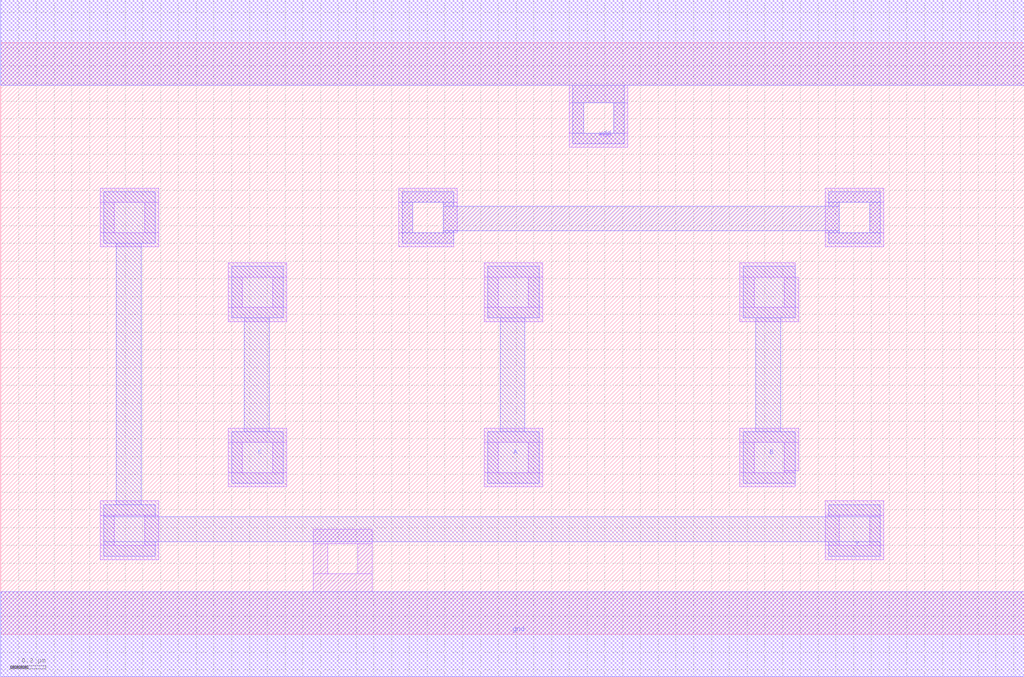
<source format=lef>
VERSION 5.7 ;
  NOWIREEXTENSIONATPIN ON ;
  DIVIDERCHAR "/" ;
  BUSBITCHARS "[]" ;
MACRO AOI21X1
  CLASS CORE ;
  FOREIGN AOI21X1 ;
  ORIGIN 0.000 0.000 ;
  SIZE 5.760 BY 3.330 ;
  SYMMETRY X Y R90 ;
  SITE unit ;
  PIN vdd
    DIRECTION INOUT ;
    USE POWER ;
    SHAPE ABUTMENT ;
    PORT
      LAYER met1 ;
        RECT 0.000 3.090 5.760 3.570 ;
        RECT 3.220 2.990 3.510 3.090 ;
        RECT 3.220 2.820 3.280 2.990 ;
        RECT 3.450 2.820 3.510 2.990 ;
        RECT 3.220 2.760 3.510 2.820 ;
    END
    PORT
      LAYER li1 ;
        RECT 0.000 3.090 5.760 3.570 ;
        RECT 3.200 2.990 3.530 3.090 ;
        RECT 3.200 2.820 3.280 2.990 ;
        RECT 3.450 2.820 3.530 2.990 ;
        RECT 3.200 2.740 3.530 2.820 ;
    END
  END vdd
  PIN gnd
    DIRECTION INOUT ;
    USE GROUND ;
    SHAPE ABUTMENT ;
    PORT
      LAYER met1 ;
        RECT 0.000 -0.240 5.760 0.240 ;
    END
    PORT
      LAYER li1 ;
        RECT 1.760 0.510 2.090 0.590 ;
        RECT 1.760 0.340 1.840 0.510 ;
        RECT 2.010 0.340 2.090 0.510 ;
        RECT 1.760 0.240 2.090 0.340 ;
        RECT 0.000 -0.240 5.760 0.240 ;
    END
  END gnd
  PIN Y
    DIRECTION INOUT ;
    USE SIGNAL ;
    SHAPE ABUTMENT ;
    PORT
      LAYER met1 ;
        RECT 0.580 2.200 0.870 2.490 ;
        RECT 0.650 0.730 0.790 2.200 ;
        RECT 0.580 0.660 0.870 0.730 ;
        RECT 4.660 0.660 4.950 0.730 ;
        RECT 0.580 0.520 4.950 0.660 ;
        RECT 0.580 0.440 0.870 0.520 ;
        RECT 4.660 0.440 4.950 0.520 ;
    END
  END Y
  PIN C
    DIRECTION INOUT ;
    USE SIGNAL ;
    SHAPE ABUTMENT ;
    PORT
      LAYER met1 ;
        RECT 1.300 1.780 1.590 2.070 ;
        RECT 1.370 1.140 1.510 1.780 ;
        RECT 1.300 0.850 1.590 1.140 ;
    END
  END C
  PIN A
    DIRECTION INOUT ;
    USE SIGNAL ;
    SHAPE ABUTMENT ;
    PORT
      LAYER met1 ;
        RECT 2.740 1.780 3.030 2.070 ;
        RECT 2.810 1.140 2.950 1.780 ;
        RECT 2.740 0.850 3.030 1.140 ;
    END
  END A
  PIN B
    DIRECTION INOUT ;
    USE SIGNAL ;
    SHAPE ABUTMENT ;
    PORT
      LAYER met1 ;
        RECT 4.180 1.780 4.470 2.070 ;
        RECT 4.250 1.140 4.390 1.780 ;
        RECT 4.180 0.850 4.470 1.140 ;
    END
  END B
  OBS
      LAYER li1 ;
        RECT 0.560 2.430 0.890 2.510 ;
        RECT 0.560 2.260 0.640 2.430 ;
        RECT 0.810 2.260 0.890 2.430 ;
        RECT 0.560 2.180 0.890 2.260 ;
        RECT 2.240 2.430 2.570 2.510 ;
        RECT 2.240 2.260 2.320 2.430 ;
        RECT 2.490 2.260 2.570 2.430 ;
        RECT 4.640 2.430 4.970 2.510 ;
        RECT 4.640 2.260 4.720 2.430 ;
        RECT 4.890 2.260 4.970 2.430 ;
        RECT 2.240 2.180 2.550 2.260 ;
        RECT 4.640 2.180 4.970 2.260 ;
        RECT 1.280 2.010 1.610 2.090 ;
        RECT 1.280 1.840 1.360 2.010 ;
        RECT 1.530 1.840 1.610 2.010 ;
        RECT 1.280 1.760 1.610 1.840 ;
        RECT 2.720 2.010 3.050 2.090 ;
        RECT 2.720 1.840 2.800 2.010 ;
        RECT 2.970 1.840 3.050 2.010 ;
        RECT 2.720 1.760 3.050 1.840 ;
        RECT 4.160 2.010 4.470 2.090 ;
        RECT 4.160 1.840 4.240 2.010 ;
        RECT 4.410 1.840 4.490 2.010 ;
        RECT 4.160 1.760 4.490 1.840 ;
        RECT 1.280 1.080 1.610 1.160 ;
        RECT 1.280 0.910 1.360 1.080 ;
        RECT 1.530 0.910 1.610 1.080 ;
        RECT 1.280 0.830 1.610 0.910 ;
        RECT 2.720 1.080 3.050 1.160 ;
        RECT 2.720 0.910 2.800 1.080 ;
        RECT 2.970 0.910 3.050 1.080 ;
        RECT 2.720 0.830 3.050 0.910 ;
        RECT 4.160 1.080 4.490 1.160 ;
        RECT 4.160 0.910 4.240 1.080 ;
        RECT 4.410 0.920 4.490 1.080 ;
        RECT 4.410 0.910 4.470 0.920 ;
        RECT 4.160 0.830 4.470 0.910 ;
        RECT 0.560 0.670 0.890 0.750 ;
        RECT 0.560 0.500 0.640 0.670 ;
        RECT 0.810 0.500 0.890 0.670 ;
        RECT 0.560 0.420 0.890 0.500 ;
        RECT 4.640 0.670 4.970 0.750 ;
        RECT 4.640 0.500 4.720 0.670 ;
        RECT 4.890 0.500 4.970 0.670 ;
        RECT 4.640 0.420 4.970 0.500 ;
      LAYER met1 ;
        RECT 2.260 2.430 2.550 2.490 ;
        RECT 2.260 2.260 2.320 2.430 ;
        RECT 2.490 2.410 2.550 2.430 ;
        RECT 4.660 2.430 4.950 2.490 ;
        RECT 4.660 2.410 4.720 2.430 ;
        RECT 2.490 2.270 4.720 2.410 ;
        RECT 2.490 2.260 2.550 2.270 ;
        RECT 2.260 2.200 2.550 2.260 ;
        RECT 4.660 2.260 4.720 2.270 ;
        RECT 4.890 2.260 4.950 2.430 ;
        RECT 4.660 2.200 4.950 2.260 ;
  END
END AOI21X1
END LIBRARY


</source>
